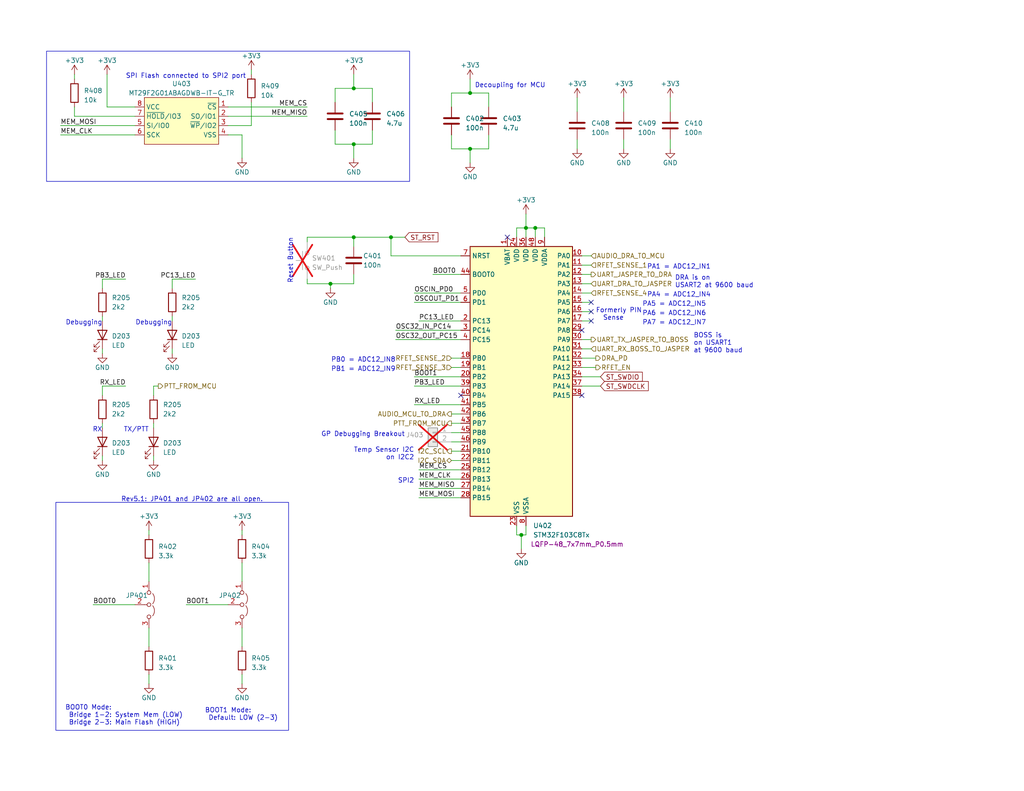
<source format=kicad_sch>
(kicad_sch (version 20230121) (generator eeschema)
  (paper "USLetter")
  (title_block (date "2023-09-07") (rev "Rev5.1"))
  (lib_symbols
    (symbol "BIRDS-X_Symbols_Lib:MT29F2G01ABAGDWB-IT-G_TR"
      (property "Reference" "U" (at -6.35 11.43 0))
      (property "Value" "MT29F2G01ABAGDWB-IT-G_TR" (at 0 8.89 0))
      (symbol "MT29F2G01ABAGDWB-IT-G_TR_1_1"
        (rectangle (start -10.16 7.62) (end 10.16 -5.08) (fill (type background)))
        (pin input line (at 12.7 5.08 180) (length 2.54) (name "~{CS}") (number "1"))
        (pin input line (at 12.7 2.54 180) (length 2.54) (name "SO/IO1") (number "2"))
        (pin input line (at 12.7 0 180) (length 2.54) (name "~{WP}/IO2") (number "3"))
        (pin input line (at 12.7 -2.54 180) (length 2.54) (name "VSS") (number "4"))
        (pin input line (at -12.7 0 0) (length 2.54) (name "SI/IO0") (number "5"))
        (pin input line (at -12.7 -2.54 0) (length 2.54) (name "SCK") (number "6"))
        (pin input line (at -12.7 2.54 0) (length 2.54) (name "~{HOLD}/IO3") (number "7"))
        (pin input line (at -12.7 5.08 0) (length 2.54) (name "VCC") (number "8"))
      )
    )
    (symbol "Connector_Generic:Conn_01x02" (pin_names (offset 1.016) hide)
      (property "Reference" "J" (at 0 2.54 0))
      (property "Value" "Conn_01x02" (at 0 -5.08 0))
      (symbol "Conn_01x02_1_1"
        (rectangle (start -1.27 -2.413) (end 0 -2.667) (stroke (width 0.1524)))
        (rectangle (start -1.27 0.127) (end 0 -0.127) (stroke (width 0.1524)))
        (rectangle (start -1.27 1.27) (end 1.27 -3.81) (stroke (width 0.254)) (fill (type background)))
        (pin passive line (at -5.08 0 0) (length 3.81) (name "Pin_1") (number "1"))
        (pin passive line (at -5.08 -2.54 0) (length 3.81) (name "Pin_2") (number "2"))
      )
    )
    (symbol "Device:C" (pin_numbers hide) (pin_names (offset 0.254))
      (property "Reference" "C" (at 0.635 2.54 0))
      (property "Value" "C" (at 0.635 -2.54 0))
      (symbol "C_0_1"
        (polyline (pts (xy -2.032 -0.762) (xy 2.032 -0.762)) (stroke (width 0.508)))
        (polyline (pts (xy -2.032 0.762) (xy 2.032 0.762)) (stroke (width 0.508)))
      )
      (symbol "C_1_1"
        (pin passive line (at 0 3.81 270) (length 2.794) (name "~") (number "1"))
        (pin passive line (at 0 -3.81 90) (length 2.794) (name "~") (number "2"))
      )
    )
    (symbol "Device:LED" (pin_numbers hide) (pin_names (offset 1.016) hide)
      (property "Reference" "D" (at 0 2.54 0))
      (property "Value" "LED" (at 0 -2.54 0))
      (symbol "LED_0_1"
        (polyline (pts (xy -1.27 -1.27) (xy -1.27 1.27)) (stroke (width 0.254)))
        (polyline (pts (xy -1.27 0) (xy 1.27 0)))
        (polyline (pts (xy 1.27 -1.27) (xy 1.27 1.27) (xy -1.27 0) (xy 1.27 -1.27)) (stroke (width 0.254)))
        (polyline (pts (xy -3.048 -0.762) (xy -4.572 -2.286) (xy -3.81 -2.286) (xy -4.572 -2.286) (xy -4.572 -1.524)))
        (polyline (pts (xy -1.778 -0.762) (xy -3.302 -2.286) (xy -2.54 -2.286) (xy -3.302 -2.286) (xy -3.302 -1.524)))
      )
      (symbol "LED_1_1"
        (pin passive line (at -3.81 0 0) (length 2.54) (name "K") (number "1"))
        (pin passive line (at 3.81 0 180) (length 2.54) (name "A") (number "2"))
      )
    )
    (symbol "Device:R" (pin_numbers hide) (pin_names (offset 0))
      (property "Reference" "R" (at 2.032 0 90))
      (property "Value" "R" (at 0 0 90))
      (symbol "R_0_1"
        (rectangle (start -1.016 -2.54) (end 1.016 2.54) (stroke (width 0.254)))
      )
      (symbol "R_1_1"
        (pin passive line (at 0 3.81 270) (length 1.27) (name "~") (number "1"))
        (pin passive line (at 0 -3.81 90) (length 1.27) (name "~") (number "2"))
      )
    )
    (symbol "Jumper:Jumper_3_Open" (pin_names (offset 0) hide)
      (property "Reference" "JP" (at -2.54 -2.54 0))
      (property "Value" "Jumper_3_Open" (at 0 2.794 0))
      (symbol "Jumper_3_Open_0_0"
        (circle (center -3.302 0) (radius 0.508))
        (circle (center 0 0) (radius 0.508))
        (circle (center 3.302 0) (radius 0.508))
      )
      (symbol "Jumper_3_Open_0_1"
        (arc (start -0.254 1.016) (mid -1.651 1.4992) (end -3.048 1.016))
        (polyline (pts (xy 0 -0.508) (xy 0 -1.27)))
        (arc (start 3.048 1.016) (mid 1.651 1.4992) (end 0.254 1.016))
      )
      (symbol "Jumper_3_Open_1_1"
        (pin passive line (at -6.35 0 0) (length 2.54) (name "A") (number "1"))
        (pin passive line (at 0 -3.81 90) (length 2.54) (name "C") (number "2"))
        (pin passive line (at 6.35 0 180) (length 2.54) (name "B") (number "3"))
      )
    )
    (symbol "MCU_ST_STM32F1:STM32F103C8Tx"
      (property "Reference" "U" (at -12.7 39.37 0))
      (property "Value" "STM32F103C8Tx" (at 10.16 39.37 0))
      (symbol "STM32F103C8Tx_0_1"
        (rectangle (start -12.7 -35.56) (end 15.24 38.1) (stroke (width 0.254)) (fill (type background)))
      )
      (symbol "STM32F103C8Tx_1_1"
        (pin power_in line (at -2.54 40.64 270) (length 2.54) (name "VBAT") (number "1"))
        (pin bidirectional line (at 17.78 35.56 180) (length 2.54) (name "PA0") (number "10"))
        (pin bidirectional line (at 17.78 33.02 180) (length 2.54) (name "PA1") (number "11"))
        (pin bidirectional line (at 17.78 30.48 180) (length 2.54) (name "PA2") (number "12"))
        (pin bidirectional line (at 17.78 27.94 180) (length 2.54) (name "PA3") (number "13"))
        (pin bidirectional line (at 17.78 25.4 180) (length 2.54) (name "PA4") (number "14"))
        (pin bidirectional line (at 17.78 22.86 180) (length 2.54) (name "PA5") (number "15"))
        (pin bidirectional line (at 17.78 20.32 180) (length 2.54) (name "PA6") (number "16"))
        (pin bidirectional line (at 17.78 17.78 180) (length 2.54) (name "PA7") (number "17"))
        (pin bidirectional line (at -15.24 7.62 0) (length 2.54) (name "PB0") (number "18"))
        (pin bidirectional line (at -15.24 5.08 0) (length 2.54) (name "PB1") (number "19"))
        (pin bidirectional line (at -15.24 17.78 0) (length 2.54) (name "PC13") (number "2"))
        (pin bidirectional line (at -15.24 2.54 0) (length 2.54) (name "PB2") (number "20"))
        (pin bidirectional line (at -15.24 -17.78 0) (length 2.54) (name "PB10") (number "21"))
        (pin bidirectional line (at -15.24 -20.32 0) (length 2.54) (name "PB11") (number "22"))
        (pin power_in line (at 0 -38.1 90) (length 2.54) (name "VSS") (number "23"))
        (pin power_in line (at 0 40.64 270) (length 2.54) (name "VDD") (number "24"))
        (pin bidirectional line (at -15.24 -22.86 0) (length 2.54) (name "PB12") (number "25"))
        (pin bidirectional line (at -15.24 -25.4 0) (length 2.54) (name "PB13") (number "26"))
        (pin bidirectional line (at -15.24 -27.94 0) (length 2.54) (name "PB14") (number "27"))
        (pin bidirectional line (at -15.24 -30.48 0) (length 2.54) (name "PB15") (number "28"))
        (pin bidirectional line (at 17.78 15.24 180) (length 2.54) (name "PA8") (number "29"))
        (pin bidirectional line (at -15.24 15.24 0) (length 2.54) (name "PC14") (number "3"))
        (pin bidirectional line (at 17.78 12.7 180) (length 2.54) (name "PA9") (number "30"))
        (pin bidirectional line (at 17.78 10.16 180) (length 2.54) (name "PA10") (number "31"))
        (pin bidirectional line (at 17.78 7.62 180) (length 2.54) (name "PA11") (number "32"))
        (pin bidirectional line (at 17.78 5.08 180) (length 2.54) (name "PA12") (number "33"))
        (pin bidirectional line (at 17.78 2.54 180) (length 2.54) (name "PA13") (number "34"))
        (pin passive line (at 0 -38.1 90) (length 2.54) hide (name "VSS") (number "35"))
        (pin power_in line (at 2.54 40.64 270) (length 2.54) (name "VDD") (number "36"))
        (pin bidirectional line (at 17.78 0 180) (length 2.54) (name "PA14") (number "37"))
        (pin bidirectional line (at 17.78 -2.54 180) (length 2.54) (name "PA15") (number "38"))
        (pin bidirectional line (at -15.24 0 0) (length 2.54) (name "PB3") (number "39"))
        (pin bidirectional line (at -15.24 12.7 0) (length 2.54) (name "PC15") (number "4"))
        (pin bidirectional line (at -15.24 -2.54 0) (length 2.54) (name "PB4") (number "40"))
        (pin bidirectional line (at -15.24 -5.08 0) (length 2.54) (name "PB5") (number "41"))
        (pin bidirectional line (at -15.24 -7.62 0) (length 2.54) (name "PB6") (number "42"))
        (pin bidirectional line (at -15.24 -10.16 0) (length 2.54) (name "PB7") (number "43"))
        (pin input line (at -15.24 30.48 0) (length 2.54) (name "BOOT0") (number "44"))
        (pin bidirectional line (at -15.24 -12.7 0) (length 2.54) (name "PB8") (number "45"))
        (pin bidirectional line (at -15.24 -15.24 0) (length 2.54) (name "PB9") (number "46"))
        (pin passive line (at 0 -38.1 90) (length 2.54) hide (name "VSS") (number "47"))
        (pin power_in line (at 5.08 40.64 270) (length 2.54) (name "VDD") (number "48"))
        (pin bidirectional line (at -15.24 25.4 0) (length 2.54) (name "PD0") (number "5"))
        (pin bidirectional line (at -15.24 22.86 0) (length 2.54) (name "PD1") (number "6"))
        (pin input line (at -15.24 35.56 0) (length 2.54) (name "NRST") (number "7"))
        (pin power_in line (at 2.54 -38.1 90) (length 2.54) (name "VSSA") (number "8"))
        (pin power_in line (at 7.62 40.64 270) (length 2.54) (name "VDDA") (number "9"))
      )
    )
    (symbol "Switch:SW_Push" (pin_numbers hide) (pin_names (offset 1.016) hide)
      (property "Reference" "SW" (at 1.27 2.54 0))
      (property "Value" "SW_Push" (at 0 -1.524 0))
      (symbol "SW_Push_0_1"
        (circle (center -2.032 0) (radius 0.508))
        (polyline (pts (xy 0 1.27) (xy 0 3.048)))
        (polyline (pts (xy 2.54 1.27) (xy -2.54 1.27)))
        (circle (center 2.032 0) (radius 0.508))
        (pin passive line (at -5.08 0 0) (length 2.54) (name "1") (number "1"))
        (pin passive line (at 5.08 0 180) (length 2.54) (name "2") (number "2"))
      )
    )
    (symbol "power:+3V3" (power) (pin_names (offset 0))
      (property "Value" "+3V3" (at 0 3.556 0))
      (symbol "+3V3_0_1"
        (polyline (pts (xy -0.762 1.27) (xy 0 2.54)))
        (polyline (pts (xy 0 0) (xy 0 2.54)))
        (polyline (pts (xy 0 2.54) (xy 0.762 1.27)))
      )
      (symbol "+3V3_1_1"
        (pin power_in line (at 0 0 90) (length 0) hide (name "+3V3") (number "1"))
      )
    )
    (symbol "power:GND" (power) (pin_names (offset 0))
      (property "Value" "GND" (at 0 -3.81 0))
      (symbol "GND_0_1"
        (polyline (pts (xy 0 0) (xy 0 -1.27) (xy 1.27 -1.27) (xy 0 -2.54) (xy -1.27 -1.27) (xy 0 -1.27)))
      )
      (symbol "GND_1_1"
        (pin power_in line (at 0 0 270) (length 0) hide (name "GND") (number "1"))
      )
    )
  )
  (junction (at 96.52 39.37))
  (junction (at 128.27 25.4))
  (junction (at 146.05 62.23))
  (junction (at 90.17 77.47))
  (junction (at 96.52 24.13))
  (junction (at 142.24 146.05))
  (junction (at 96.52 64.77))
  (junction (at 128.27 40.64))
  (junction (at 143.51 62.23))
  (junction (at 106.68 64.77))
  (no_connect (at 138.43 64.77))
  (no_connect (at 158.75 90.17))
  (no_connect (at 161.29 87.63))
  (no_connect (at 158.75 107.95))
  (no_connect (at 161.29 85.09))
  (no_connect (at 161.29 82.55))
  (no_connect (at 125.73 107.95))
  (wire (pts (xy 91.44 24.13) (xy 96.52 24.13)))
  (wire (pts (xy 83.82 66.04) (xy 83.82 64.77)))
  (wire (pts (xy 46.99 76.2) (xy 46.99 78.74)))
  (wire (pts (xy 142.24 146.05) (xy 142.24 149.86)))
  (wire (pts (xy 34.29 105.41) (xy 27.94 105.41)))
  (wire (pts (xy 114.3 87.63) (xy 125.73 87.63)))
  (wire (pts (xy 107.95 92.71) (xy 125.73 92.71)))
  (wire (pts (xy 158.75 87.63) (xy 161.29 87.63)))
  (wire (pts (xy 20.32 31.75) (xy 36.83 31.75)))
  (wire (pts (xy 46.99 96.52) (xy 46.99 95.25)))
  (wire (pts (xy 90.17 77.47) (xy 96.52 77.47)))
  (wire (pts (xy 66.04 186.69) (xy 66.04 184.15)))
  (wire (pts (xy 66.04 144.78) (xy 66.04 146.05)))
  (wire (pts (xy 106.68 64.77) (xy 110.49 64.77)))
  (wire (pts (xy 66.04 36.83) (xy 66.04 43.18)))
  (wire (pts (xy 128.27 40.64) (xy 128.27 44.45)))
  (wire (pts (xy 133.35 40.64) (xy 133.35 36.83)))
  (wire (pts (xy 128.27 25.4) (xy 133.35 25.4)))
  (wire (pts (xy 113.03 110.49) (xy 125.73 110.49)))
  (wire (pts (xy 34.29 76.2) (xy 27.94 76.2)))
  (wire (pts (xy 125.73 130.81) (xy 114.3 130.81)))
  (wire (pts (xy 68.58 27.94) (xy 68.58 34.29)))
  (wire (pts (xy 158.75 82.55) (xy 161.29 82.55)))
  (wire (pts (xy 96.52 39.37) (xy 101.6 39.37)))
  (wire (pts (xy 40.64 144.78) (xy 40.64 146.05)))
  (wire (pts (xy 62.23 29.21) (xy 83.82 29.21)))
  (wire (pts (xy 158.75 72.39) (xy 161.29 72.39)))
  (wire (pts (xy 123.19 123.19) (xy 125.73 123.19)))
  (wire (pts (xy 20.32 20.32) (xy 20.32 21.59)))
  (wire (pts (xy 143.51 143.51) (xy 143.51 146.05)))
  (wire (pts (xy 158.75 92.71) (xy 161.29 92.71)))
  (wire (pts (xy 27.94 105.41) (xy 27.94 107.95)))
  (wire (pts (xy 90.17 77.47) (xy 90.17 78.74)))
  (wire (pts (xy 27.94 115.57) (xy 27.94 116.84)))
  (wire (pts (xy 118.11 74.93) (xy 125.73 74.93)))
  (wire (pts (xy 41.91 125.73) (xy 41.91 124.46)))
  (wire (pts (xy 68.58 19.05) (xy 68.58 20.32)))
  (wire (pts (xy 143.51 62.23) (xy 143.51 64.77)))
  (wire (pts (xy 158.75 77.47) (xy 161.29 77.47)))
  (wire (pts (xy 25.4 165.1) (xy 36.83 165.1)))
  (wire (pts (xy 83.82 77.47) (xy 83.82 76.2)))
  (wire (pts (xy 182.88 38.1) (xy 182.88 40.64)))
  (wire (pts (xy 36.83 29.21) (xy 29.21 29.21)))
  (wire (pts (xy 123.19 125.73) (xy 125.73 125.73)))
  (wire (pts (xy 50.8 165.1) (xy 62.23 165.1)))
  (wire (pts (xy 158.75 85.09) (xy 161.29 85.09)))
  (wire (pts (xy 91.44 27.94) (xy 91.44 24.13)))
  (wire (pts (xy 96.52 77.47) (xy 96.52 74.93)))
  (wire (pts (xy 163.83 105.41) (xy 158.75 105.41)))
  (wire (pts (xy 123.19 29.21) (xy 123.19 25.4)))
  (wire (pts (xy 46.99 86.36) (xy 46.99 87.63)))
  (wire (pts (xy 140.97 146.05) (xy 140.97 143.51)))
  (wire (pts (xy 96.52 64.77) (xy 96.52 67.31)))
  (wire (pts (xy 62.23 34.29) (xy 68.58 34.29)))
  (wire (pts (xy 53.34 76.2) (xy 46.99 76.2)))
  (wire (pts (xy 27.94 76.2) (xy 27.94 78.74)))
  (wire (pts (xy 146.05 62.23) (xy 146.05 64.77)))
  (wire (pts (xy 27.94 125.73) (xy 27.94 124.46)))
  (wire (pts (xy 40.64 171.45) (xy 40.64 176.53)))
  (wire (pts (xy 101.6 24.13) (xy 101.6 27.94)))
  (wire (pts (xy 148.59 62.23) (xy 146.05 62.23)))
  (wire (pts (xy 123.19 115.57) (xy 125.73 115.57)))
  (wire (pts (xy 158.75 97.79) (xy 162.56 97.79)))
  (wire (pts (xy 140.97 62.23) (xy 143.51 62.23)))
  (wire (pts (xy 113.03 82.55) (xy 125.73 82.55)))
  (wire (pts (xy 106.68 64.77) (xy 106.68 69.85)))
  (wire (pts (xy 128.27 40.64) (xy 133.35 40.64)))
  (wire (pts (xy 163.83 102.87) (xy 158.75 102.87)))
  (wire (pts (xy 170.18 26.67) (xy 170.18 30.48)))
  (wire (pts (xy 27.94 96.52) (xy 27.94 95.25)))
  (wire (pts (xy 20.32 31.75) (xy 20.32 29.21)))
  (wire (pts (xy 123.19 118.11) (xy 125.73 118.11)))
  (wire (pts (xy 83.82 64.77) (xy 96.52 64.77)))
  (wire (pts (xy 158.75 80.01) (xy 161.29 80.01)))
  (wire (pts (xy 143.51 58.42) (xy 143.51 62.23)))
  (wire (pts (xy 123.19 25.4) (xy 128.27 25.4)))
  (wire (pts (xy 107.95 90.17) (xy 125.73 90.17)))
  (wire (pts (xy 96.52 24.13) (xy 101.6 24.13)))
  (wire (pts (xy 148.59 64.77) (xy 148.59 62.23)))
  (wire (pts (xy 142.24 146.05) (xy 140.97 146.05)))
  (wire (pts (xy 113.03 80.01) (xy 125.73 80.01)))
  (wire (pts (xy 140.97 64.77) (xy 140.97 62.23)))
  (wire (pts (xy 62.23 36.83) (xy 66.04 36.83)))
  (wire (pts (xy 123.19 120.65) (xy 125.73 120.65)))
  (wire (pts (xy 133.35 25.4) (xy 133.35 29.21)))
  (wire (pts (xy 96.52 64.77) (xy 106.68 64.77)))
  (wire (pts (xy 27.94 86.36) (xy 27.94 87.63)))
  (wire (pts (xy 123.19 97.79) (xy 125.73 97.79)))
  (wire (pts (xy 62.23 31.75) (xy 83.82 31.75)))
  (wire (pts (xy 41.91 115.57) (xy 41.91 116.84)))
  (wire (pts (xy 91.44 35.56) (xy 91.44 39.37)))
  (wire (pts (xy 16.51 36.83) (xy 36.83 36.83)))
  (wire (pts (xy 170.18 38.1) (xy 170.18 40.64)))
  (wire (pts (xy 113.03 105.41) (xy 125.73 105.41)))
  (wire (pts (xy 40.64 153.67) (xy 40.64 158.75)))
  (wire (pts (xy 83.82 77.47) (xy 90.17 77.47)))
  (wire (pts (xy 66.04 153.67) (xy 66.04 158.75)))
  (wire (pts (xy 157.48 38.1) (xy 157.48 40.64)))
  (wire (pts (xy 101.6 39.37) (xy 101.6 35.56)))
  (wire (pts (xy 123.19 113.03) (xy 125.73 113.03)))
  (wire (pts (xy 41.91 105.41) (xy 41.91 107.95)))
  (wire (pts (xy 125.73 128.27) (xy 114.3 128.27)))
  (wire (pts (xy 123.19 40.64) (xy 128.27 40.64)))
  (wire (pts (xy 123.19 100.33) (xy 125.73 100.33)))
  (wire (pts (xy 158.75 74.93) (xy 161.29 74.93)))
  (wire (pts (xy 143.51 146.05) (xy 142.24 146.05)))
  (wire (pts (xy 125.73 133.35) (xy 114.3 133.35)))
  (wire (pts (xy 96.52 39.37) (xy 96.52 43.18)))
  (wire (pts (xy 157.48 26.67) (xy 157.48 30.48)))
  (wire (pts (xy 96.52 20.32) (xy 96.52 24.13)))
  (wire (pts (xy 182.88 26.67) (xy 182.88 30.48)))
  (wire (pts (xy 113.03 102.87) (xy 125.73 102.87)))
  (wire (pts (xy 158.75 95.25) (xy 161.29 95.25)))
  (wire (pts (xy 158.75 100.33) (xy 162.56 100.33)))
  (wire (pts (xy 125.73 69.85) (xy 106.68 69.85)))
  (wire (pts (xy 158.75 69.85) (xy 161.29 69.85)))
  (wire (pts (xy 66.04 171.45) (xy 66.04 176.53)))
  (wire (pts (xy 40.64 186.69) (xy 40.64 184.15)))
  (wire (pts (xy 43.18 105.41) (xy 41.91 105.41)))
  (wire (pts (xy 123.19 36.83) (xy 123.19 40.64)))
  (wire (pts (xy 128.27 21.59) (xy 128.27 25.4)))
  (wire (pts (xy 125.73 135.89) (xy 114.3 135.89)))
  (wire (pts (xy 91.44 39.37) (xy 96.52 39.37)))
  (wire (pts (xy 143.51 62.23) (xy 146.05 62.23)))
  (wire (pts (xy 29.21 20.32) (xy 29.21 29.21)))
  (wire (pts (xy 16.51 34.29) (xy 36.83 34.29)))
  (rectangle (start 15.24 137.16) (end 78.74 199.39))
  (rectangle (start 12.7 13.97) (end 111.76 49.53))
  (text "PA4 = ADC12_IN4" (at 176.53 81.28 0) (effects (font (size 1.27 1.27)) (justify left bottom)))
  (text "SPI Flash connected to SPI2 port" (at 34.29 21.59 0) (effects (font (size 1.27 1.27)) (justify left bottom)))
  (text "Reset Button" (at 80.01 77.47 90) (effects (font (size 1.27 1.27)) (justify left bottom)))
  (text "PA7 = ADC12_IN7" (at 175.26 88.9 0) (effects (font (size 1.27 1.27)) (justify left bottom)))
  (text "Decoupling for MCU" (at 129.54 24.13 0) (effects (font (size 1.27 1.27)) (justify left bottom)))
  (text "BOSS is\non USART1\nat 9600 baud" (at 189.23 96.52 0) (effects (font (size 1.27 1.27)) (justify left bottom)))
  (text "PA1 = ADC12_IN1" (at 176.53 73.66 0) (effects (font (size 1.27 1.27)) (justify left bottom)))
  (text "Formerly PIN\n  Sense" (at 162.56 87.63 0) (effects (font (size 1.27 1.27)) (justify left bottom)))
  (text "Rev5.1: JP401 and JP402 are all open." (at 33.02 137.16 0) (effects (font (size 1.27 1.27)) (justify left bottom)))
  (text "BOOT1 Mode:\n Default: LOW (2-3)" (at 55.88 196.85 0) (effects (font (size 1.27 1.27)) (justify left bottom)))
  (text "GP Debugging Breakout" (at 110.49 119.38 0) (effects (font (size 1.27 1.27)) (justify right bottom)))
  (text "PA5 = ADC12_IN5" (at 175.26 83.82 0) (effects (font (size 1.27 1.27)) (justify left bottom)))
  (text "Debugging" (at 46.99 88.9 0) (effects (font (size 1.27 1.27)) (justify right bottom)))
  (text "Debugging" (at 27.94 88.9 0) (effects (font (size 1.27 1.27)) (justify right bottom)))
  (text "TX/PTT" (at 40.64 118.11 0) (effects (font (size 1.27 1.27)) (justify right bottom)))
  (text "DRA is on\nUSART2 at 9600 baud" (at 184.15 78.74 0) (effects (font (size 1.27 1.27)) (justify left bottom)))
  (text "PB1 = ADC12_IN9" (at 107.95 101.6 0) (effects (font (size 1.27 1.27)) (justify right bottom)))
  (text "RX" (at 27.94 118.11 0) (effects (font (size 1.27 1.27)) (justify right bottom)))
  (text "BOOT0 Mode:\n Bridge 1-2: System Mem (LOW)\n Bridge 2-3: Main Flash (HIGH)" (at 17.78 198.12 0) (effects (font (size 1.27 1.27)) (justify left bottom)))
  (text "SPI2" (at 113.03 132.08 0) (effects (font (size 1.27 1.27)) (justify right bottom)))
  (text "PB0 = ADC12_IN8" (at 107.95 99.06 0) (effects (font (size 1.27 1.27)) (justify right bottom)))
  (text "Temp Sensor I2C\non I2C2" (at 113.03 125.73 0) (effects (font (size 1.27 1.27)) (justify right bottom)))
  (text "PA6 = ADC12_IN6" (at 175.26 86.36 0) (effects (font (size 1.27 1.27)) (justify left bottom)))
  (label "OSCIN_PD0" (at 113.03 80.01 0))
  (label "MEM_CS" (at 114.3 128.27 0))
  (label "PC13_LED" (at 53.34 76.2 180))
  (label "BOOT1" (at 113.03 102.87 0))
  (label "MEM_CLK" (at 16.51 36.83 0))
  (label "OSC32_IN_PC14" (at 107.95 90.17 0))
  (label "MEM_MISO" (at 114.3 133.35 0))
  (label "MEM_MISO" (at 83.82 31.75 180))
  (label "RX_LED" (at 113.03 110.49 0))
  (label "MEM_MOSI" (at 114.3 135.89 0))
  (label "OSCOUT_PD1" (at 113.03 82.55 0))
  (label "MEM_CLK" (at 114.3 130.81 0))
  (label "RX_LED" (at 34.29 105.41 180))
  (label "BOOT0" (at 118.11 74.93 0))
  (label "PB3_LED" (at 113.03 105.41 0))
  (label "PC13_LED" (at 114.3 87.63 0))
  (label "MEM_MOSI" (at 16.51 34.29 0))
  (label "MEM_CS" (at 83.82 29.21 180))
  (label "BOOT0" (at 25.4 165.1 0))
  (label "PB3_LED" (at 34.29 76.2 180))
  (label "BOOT1" (at 50.8 165.1 0))
  (label "OSC32_OUT_PC15" (at 107.95 92.71 0))
  (global_label "ST_RST" (shape input) (at 110.49 64.77 0) (property "Intersheetrefs" "${INTERSHEET_REFS}" (effects hide)))
  (global_label "ST_SWDCLK" (shape input) (at 163.83 105.41 0) (property "Intersheetrefs" "${INTERSHEET_REFS}" (effects hide)))
  (global_label "ST_SWDIO" (shape input) (at 163.83 102.87 0) (property "Intersheetrefs" "${INTERSHEET_REFS}" (effects hide)))
  (hierarchical_label "AUDIO_MCU_TO_DRA" (shape output) (at 123.19 113.03 180))
  (hierarchical_label "RFET_SENSE_3" (shape input) (at 123.19 100.33 180))
  (hierarchical_label "UART_DRA_TO_JASPER" (shape input) (at 161.29 77.47 0))
  (hierarchical_label "RFET_SENSE_1" (shape input) (at 161.29 72.39 0))
  (hierarchical_label "RFET_EN" (shape output) (at 162.56 100.33 0))
  (hierarchical_label "PTT_FROM_MCU" (shape output) (at 43.18 105.41 0))
  (hierarchical_label "DRA_PD" (shape output) (at 162.56 97.79 0))
  (hierarchical_label "RFET_SENSE_4" (shape input) (at 161.29 80.01 0))
  (hierarchical_label "UART_JASPER_TO_DRA" (shape output) (at 161.29 74.93 0))
  (hierarchical_label "RFET_SENSE_2" (shape input) (at 123.19 97.79 180))
  (hierarchical_label "AUDIO_DRA_TO_MCU" (shape input) (at 161.29 69.85 0))
  (hierarchical_label "UART_RX_BOSS_TO_JASPER" (shape input) (at 161.29 95.25 0))
  (hierarchical_label "PTT_FROM_MCU" (shape output) (at 123.19 115.57 180))
  (hierarchical_label "I2C_SDA" (shape bidirectional) (at 123.19 125.73 180))
  (hierarchical_label "UART_TX_JASPER_TO_BOSS" (shape output) (at 161.29 92.71 0))
  (hierarchical_label "I2C_SCL" (shape output) (at 123.19 123.19 180))
  (symbol (lib_id "Switch:SW_Push") (at 83.82 71.12 90) (unit 1) (dnp yes)
    (property "Reference" "SW401" (at 85.09 70.485 90) (effects (justify right)))
    (property "Value" "SW_Push" (at 85.09 73.025 90) (effects (justify right)))
    (property "Footprint" "Button_Switch_SMD:SW_Tactile_SPST_NO_Straight_CK_PTS636Sx25SMTRLFS" (effects hide))
  )
  (symbol (lib_id "power:GND") (at 46.99 96.52 0) (mirror y) (unit 1)
    (property "Reference" "#PWR08" (effects hide))
    (property "Value" "GND" (at 46.99 100.33 0))
    (instances (project "BIRDS-X-PCB" (path "" (reference "#PWR08") (unit 1)) (path "" (reference "#PWR0212") (unit 1)) (path "" (reference "#PWR0416") (unit 1))))
  )
  (symbol (lib_id "Device:R") (at 20.32 25.4 0) (unit 1)
    (property "Reference" "R408" (at 22.86 24.765 0) (effects (justify left)))
    (property "Value" "10k" (at 22.86 27.305 0) (effects (justify left)))
    (property "Footprint" "Resistor_SMD:R_0603_1608Metric_Pad0.98x0.95mm_HandSolder" (effects hide))
  )
  (symbol (lib_id "power:GND") (at 182.88 40.64 0) (unit 1)
    (property "Reference" "#PWR0423" (effects hide))
    (property "Value" "GND" (at 182.88 44.45 0))
  )
  (symbol (lib_id "power:GND") (at 66.04 43.18 0) (unit 1)
    (property "Reference" "#PWR0411" (effects hide))
    (property "Value" "GND" (at 66.04 46.99 0))
  )
  (symbol (lib_id "power:GND") (at 27.94 125.73 0) (mirror y) (unit 1)
    (property "Reference" "#PWR08" (effects hide))
    (property "Value" "GND" (at 27.94 129.54 0))
    (instances (project "BIRDS-X-PCB" (path "" (reference "#PWR08") (unit 1)) (path "" (reference "#PWR0212") (unit 1)) (path "" (reference "#PWR0415") (unit 1))))
  )
  (symbol (lib_id "power:GND") (at 142.24 149.86 0) (unit 1)
    (property "Reference" "#PWR0405" (effects hide))
    (property "Value" "GND" (at 142.24 153.67 0))
  )
  (symbol (lib_id "power:GND") (at 128.27 44.45 0) (unit 1)
    (property "Reference" "#PWR0409" (effects hide))
    (property "Value" "GND" (at 128.27 48.26 0))
  )
  (symbol (lib_id "Connector_Generic:Conn_01x02") (at 118.11 118.11 0) (mirror y) (unit 1) (in_bom no) (dnp yes)
    (property "Reference" "J403" (at 115.57 118.745 0) (effects (justify left)))
    (property "Value" "Conn_01x02" (effects hide))
    (property "Footprint" "Connector_PinHeader_1.27mm:PinHeader_1x02_P1.27mm_Vertical" (effects hide))
  )
  (symbol (lib_id "power:+3V3") (at 128.27 21.59 0) (unit 1)
    (property "Reference" "#PWR0408" (effects hide))
    (property "Value" "+3V3" (at 128.27 17.78 0))
  )
  (symbol (lib_id "Device:C") (at 91.44 31.75 0) (unit 1)
    (property "Reference" "C405" (at 95.25 31.115 0) (effects (justify left)))
    (property "Value" "100n" (at 95.25 33.655 0) (effects (justify left)))
    (property "Footprint" "Capacitor_SMD:C_0603_1608Metric_Pad1.08x0.95mm_HandSolder" (effects hide))
  )
  (symbol (lib_id "power:+3V3") (at 40.64 144.78 0) (unit 1)
    (property "Reference" "#PWR0418" (effects hide))
    (property "Value" "+3V3" (at 40.64 140.97 0))
  )
  (symbol (lib_id "power:+3V3") (at 170.18 26.67 0) (unit 1)
    (property "Reference" "#PWR0420" (effects hide))
    (property "Value" "+3V3" (at 170.18 22.86 0))
  )
  (symbol (lib_id "Device:LED") (at 46.99 91.44 270) (mirror x) (unit 1)
    (property "Reference" "D203" (at 49.53 91.7575 90) (effects (justify left)))
    (property "Value" "LED" (at 49.53 94.2975 90) (effects (justify left)))
    (property "Footprint" "LED_SMD:LED_0603_1608Metric" (effects hide))
    (instances (project "BIRDS-X-PCB" (path "" (reference "D203") (unit 1)) (path "" (reference "D401") (unit 1))))
  )
  (symbol (lib_id "power:GND") (at 40.64 186.69 0) (unit 1)
    (property "Reference" "#PWR0417" (effects hide))
    (property "Value" "GND" (at 40.64 190.5 0))
  )
  (symbol (lib_id "power:+3V3") (at 143.51 58.42 0) (unit 1)
    (property "Reference" "#PWR0406" (effects hide))
    (property "Value" "+3V3" (at 143.51 54.61 0))
  )
  (symbol (lib_id "Device:R") (at 68.58 24.13 0) (unit 1)
    (property "Reference" "R409" (at 71.12 23.495 0) (effects (justify left)))
    (property "Value" "10k" (at 71.12 26.035 0) (effects (justify left)))
    (property "Footprint" "Resistor_SMD:R_0603_1608Metric_Pad0.98x0.95mm_HandSolder" (effects hide))
  )
  (symbol (lib_id "power:+3V3") (at 182.88 26.67 0) (unit 1)
    (property "Reference" "#PWR0422" (effects hide))
    (property "Value" "+3V3" (at 182.88 22.86 0))
  )
  (symbol (lib_id "BIRDS-X_Symbols_Lib:MT29F2G01ABAGDWB-IT-G_TR") (at 49.53 34.29 0) (unit 1)
    (property "Reference" "U403" (at 49.53 22.86 0))
    (property "Value" "MT29F2G01ABAGDWB-IT-G_TR" (at 49.53 25.4 0))
    (property "Footprint" "BIRDS-X_Footprints_Lib:U-PDFN-8_6x8mm_P1.27mm" (effects hide))
    (property "LCSC" "C410863" (effects hide))
  )
  (symbol (lib_id "MCU_ST_STM32F1:STM32F103C8Tx") (at 140.97 105.41 0) (unit 1)
    (property "Reference" "U402" (at 145.4659 143.51 0) (effects (justify left)))
    (property "Value" "STM32F103C8Tx" (at 145.4659 146.05 0) (effects (justify left)))
    (property "Footprint" "Package_QFP:LQFP-48_7x7mm_P0.5mm" (effects hide))
    (property "Datasheet" "https://www.st.com/resource/en/datasheet/stm32f103c8.pdf" (effects hide))
    (property "LCSC" "C8734" (effects hide))
    (property "Footprint_Short" "LQFP-48_7x7mm_P0.5mm" (at 157.48 148.59 0))
  )
  (symbol (lib_id "Device:C") (at 123.19 33.02 0) (unit 1)
    (property "Reference" "C402" (at 127 32.385 0) (effects (justify left)))
    (property "Value" "100n" (at 127 34.925 0) (effects (justify left)))
    (property "Footprint" "Capacitor_SMD:C_0603_1608Metric_Pad1.08x0.95mm_HandSolder" (effects hide))
  )
  (symbol (lib_id "power:+3V3") (at 29.21 20.32 0) (unit 1)
    (property "Reference" "#PWR0410" (effects hide))
    (property "Value" "+3V3" (at 29.21 16.51 0))
  )
  (symbol (lib_id "power:GND") (at 90.17 78.74 0) (unit 1)
    (property "Reference" "#PWR0403" (effects hide))
    (property "Value" "GND" (at 90.17 82.55 0))
  )
  (symbol (lib_id "power:GND") (at 96.52 43.18 0) (unit 1)
    (property "Reference" "#PWR0414" (effects hide))
    (property "Value" "GND" (at 96.52 46.99 0))
  )
  (symbol (lib_id "Device:C") (at 133.35 33.02 0) (unit 1)
    (property "Reference" "C403" (at 137.16 32.385 0) (effects (justify left)))
    (property "Value" "4.7u" (at 137.16 34.925 0) (effects (justify left)))
    (property "Footprint" "Capacitor_SMD:C_0603_1608Metric_Pad1.08x0.95mm_HandSolder" (effects hide))
  )
  (symbol (lib_id "Jumper:Jumper_3_Open") (at 66.04 165.1 270) (unit 1)
    (property "Reference" "JP402" (at 59.69 162.56 90) (effects (justify left)))
    (property "Value" "Jumper_3_Open" (effects hide))
    (property "Footprint" "Jumper:SolderJumper-3_P1.3mm_Open_RoundedPad1.0x1.5mm_NumberLabels" (effects hide))
  )
  (symbol (lib_id "Device:C") (at 96.52 71.12 0) (unit 1)
    (property "Reference" "C401" (at 99.06 69.85 0) (effects (justify left)))
    (property "Value" "100n" (at 99.06 72.39 0) (effects (justify left)))
    (property "Footprint" "Capacitor_SMD:C_0603_1608Metric_Pad1.08x0.95mm_HandSolder" (effects hide))
  )
  (symbol (lib_id "Device:C") (at 170.18 34.29 0) (unit 1)
    (property "Reference" "C409" (at 173.99 33.655 0) (effects (justify left)))
    (property "Value" "100n" (at 173.99 36.195 0) (effects (justify left)))
    (property "Footprint" "Capacitor_SMD:C_0603_1608Metric_Pad1.08x0.95mm_HandSolder" (effects hide))
  )
  (symbol (lib_id "power:GND") (at 41.91 125.73 0) (mirror y) (unit 1)
    (property "Reference" "#PWR08" (effects hide))
    (property "Value" "GND" (at 41.91 129.54 0))
    (instances (project "BIRDS-X-PCB" (path "" (reference "#PWR08") (unit 1)) (path "" (reference "#PWR0212") (unit 1)) (path "" (reference "#PWR0412") (unit 1))))
  )
  (symbol (lib_id "power:+3V3") (at 157.48 26.67 0) (unit 1)
    (property "Reference" "#PWR0419" (effects hide))
    (property "Value" "+3V3" (at 157.48 22.86 0))
  )
  (symbol (lib_id "Device:R") (at 41.91 111.76 0) (mirror y) (unit 1)
    (property "Reference" "R205" (at 44.45 110.49 0) (effects (justify right)))
    (property "Value" "2k2" (at 44.45 113.03 0) (effects (justify right)))
    (property "Footprint" "Resistor_SMD:R_0603_1608Metric_Pad0.98x0.95mm_HandSolder" (effects hide))
    (instances (project "BIRDS-X-PCB" (path "" (reference "R205") (unit 1)) (path "" (reference "R406") (unit 1))))
  )
  (symbol (lib_id "Device:C") (at 182.88 34.29 0) (unit 1)
    (property "Reference" "C410" (at 186.69 33.655 0) (effects (justify left)))
    (property "Value" "100n" (at 186.69 36.195 0) (effects (justify left)))
    (property "Footprint" "Capacitor_SMD:C_0603_1608Metric_Pad1.08x0.95mm_HandSolder" (effects hide))
  )
  (symbol (lib_id "power:GND") (at 157.48 40.64 0) (unit 1)
    (property "Reference" "#PWR0407" (effects hide))
    (property "Value" "GND" (at 157.48 44.45 0))
  )
  (symbol (lib_id "Device:R") (at 27.94 82.55 0) (mirror y) (unit 1)
    (property "Reference" "R205" (at 30.48 81.28 0) (effects (justify right)))
    (property "Value" "2k2" (at 30.48 83.82 0) (effects (justify right)))
    (property "Footprint" "Resistor_SMD:R_0603_1608Metric_Pad0.98x0.95mm_HandSolder" (effects hide))
    (instances (project "BIRDS-X-PCB" (path "" (reference "R205") (unit 1)) (path "" (reference "R403") (unit 1))))
  )
  (symbol (lib_id "Device:R") (at 46.99 82.55 0) (mirror y) (unit 1)
    (property "Reference" "R205" (at 49.53 81.28 0) (effects (justify right)))
    (property "Value" "2k2" (at 49.53 83.82 0) (effects (justify right)))
    (property "Footprint" "Resistor_SMD:R_0603_1608Metric_Pad0.98x0.95mm_HandSolder" (effects hide))
    (instances (project "BIRDS-X-PCB" (path "" (reference "R205") (unit 1)) (path "" (reference "R410") (unit 1))))
  )
  (symbol (lib_id "Device:C") (at 101.6 31.75 0) (unit 1)
    (property "Reference" "C406" (at 105.41 31.115 0) (effects (justify left)))
    (property "Value" "4.7u" (at 105.41 33.655 0) (effects (justify left)))
    (property "Footprint" "Capacitor_SMD:C_0603_1608Metric_Pad1.08x0.95mm_HandSolder" (effects hide))
  )
  (symbol (lib_id "power:+3V3") (at 66.04 144.78 0) (unit 1)
    (property "Reference" "#PWR0402" (effects hide))
    (property "Value" "+3V3" (at 66.04 140.97 0))
  )
  (symbol (lib_id "power:+3V3") (at 68.58 19.05 0) (unit 1)
    (property "Reference" "#PWR0425" (effects hide))
    (property "Value" "+3V3" (at 68.58 15.24 0))
  )
  (symbol (lib_id "Jumper:Jumper_3_Open") (at 40.64 165.1 270) (unit 1)
    (property "Reference" "JP401" (at 34.29 162.56 90) (effects (justify left)))
    (property "Value" "Jumper_3_Open" (effects hide))
    (property "Footprint" "Jumper:SolderJumper-3_P1.3mm_Open_RoundedPad1.0x1.5mm_NumberLabels" (effects hide))
  )
  (symbol (lib_id "Device:R") (at 40.64 149.86 0) (unit 1)
    (property "Reference" "R402" (at 43.18 149.225 0) (effects (justify left)))
    (property "Value" "3.3k" (at 43.18 151.765 0) (effects (justify left)))
    (property "Footprint" "Resistor_SMD:R_0603_1608Metric_Pad0.98x0.95mm_HandSolder" (effects hide))
  )
  (symbol (lib_id "Device:R") (at 66.04 149.86 0) (unit 1)
    (property "Reference" "R404" (at 68.58 149.225 0) (effects (justify left)))
    (property "Value" "3.3k" (at 68.58 151.765 0) (effects (justify left)))
    (property "Footprint" "Resistor_SMD:R_0603_1608Metric_Pad0.98x0.95mm_HandSolder" (effects hide))
  )
  (symbol (lib_id "power:GND") (at 170.18 40.64 0) (unit 1)
    (property "Reference" "#PWR0421" (effects hide))
    (property "Value" "GND" (at 170.18 44.45 0))
  )
  (symbol (lib_id "Device:R") (at 27.94 111.76 0) (mirror y) (unit 1)
    (property "Reference" "R205" (at 30.48 110.49 0) (effects (justify right)))
    (property "Value" "2k2" (at 30.48 113.03 0) (effects (justify right)))
    (property "Footprint" "Resistor_SMD:R_0603_1608Metric_Pad0.98x0.95mm_HandSolder" (effects hide))
    (instances (project "BIRDS-X-PCB" (path "" (reference "R205") (unit 1)) (path "" (reference "R407") (unit 1))))
  )
  (symbol (lib_id "Device:LED") (at 27.94 120.65 270) (mirror x) (unit 1)
    (property "Reference" "D203" (at 30.48 120.9675 90) (effects (justify left)))
    (property "Value" "LED" (at 30.48 123.5075 90) (effects (justify left)))
    (property "Footprint" "LED_SMD:LED_0603_1608Metric" (effects hide))
    (instances (project "BIRDS-X-PCB" (path "" (reference "D203") (unit 1)) (path "" (reference "D_RX1") (unit 1))))
  )
  (symbol (lib_id "power:+3V3") (at 20.32 20.32 0) (unit 1)
    (property "Reference" "#PWR0424" (effects hide))
    (property "Value" "+3V3" (at 20.32 16.51 0))
  )
  (symbol (lib_id "Device:LED") (at 27.94 91.44 270) (mirror x) (unit 1)
    (property "Reference" "D203" (at 30.48 91.7575 90) (effects (justify left)))
    (property "Value" "LED" (at 30.48 94.2975 90) (effects (justify left)))
    (property "Footprint" "LED_SMD:LED_0603_1608Metric" (effects hide))
    (instances (project "BIRDS-X-PCB" (path "" (reference "D203") (unit 1)) (path "" (reference "D_PB3") (unit 1))))
  )
  (symbol (lib_id "power:GND") (at 27.94 96.52 0) (mirror y) (unit 1)
    (property "Reference" "#PWR08" (effects hide))
    (property "Value" "GND" (at 27.94 100.33 0))
    (instances (project "BIRDS-X-PCB" (path "" (reference "#PWR08") (unit 1)) (path "" (reference "#PWR0212") (unit 1)) (path "" (reference "#PWR0401") (unit 1))))
  )
  (symbol (lib_id "power:GND") (at 66.04 186.69 0) (unit 1)
    (property "Reference" "#PWR0404" (effects hide))
    (property "Value" "GND" (at 66.04 190.5 0))
  )
  (symbol (lib_id "Device:R") (at 40.64 180.34 0) (unit 1)
    (property "Reference" "R401" (at 43.18 179.705 0) (effects (justify left)))
    (property "Value" "3.3k" (at 43.18 182.245 0) (effects (justify left)))
    (property "Footprint" "Resistor_SMD:R_0603_1608Metric_Pad0.98x0.95mm_HandSolder" (effects hide))
  )
  (symbol (lib_id "Device:R") (at 66.04 180.34 0) (unit 1)
    (property "Reference" "R405" (at 68.58 179.705 0) (effects (justify left)))
    (property "Value" "3.3k" (at 68.58 182.245 0) (effects (justify left)))
    (property "Footprint" "Resistor_SMD:R_0603_1608Metric_Pad0.98x0.95mm_HandSolder" (effects hide))
  )
  (symbol (lib_id "Device:LED") (at 41.91 120.65 270) (mirror x) (unit 1)
    (property "Reference" "D203" (at 44.45 120.9675 90) (effects (justify left)))
    (property "Value" "LED" (at 44.45 123.5075 90) (effects (justify left)))
    (property "Footprint" "LED_SMD:LED_0603_1608Metric" (effects hide))
    (instances (project "BIRDS-X-PCB" (path "" (reference "D203") (unit 1)) (path "" (reference "D_TX1") (unit 1))))
  )
  (symbol (lib_id "power:+3V3") (at 96.52 20.32 0) (unit 1)
    (property "Reference" "#PWR0413" (effects hide))
    (property "Value" "+3V3" (at 96.52 16.51 0))
  )
  (symbol (lib_id "Device:C") (at 157.48 34.29 0) (unit 1)
    (property "Reference" "C408" (at 161.29 33.655 0) (effects (justify left)))
    (property "Value" "100n" (at 161.29 36.195 0) (effects (justify left)))
    (property "Footprint" "Capacitor_SMD:C_0603_1608Metric_Pad1.08x0.95mm_HandSolder" (effects hide))
  )
)
</source>
